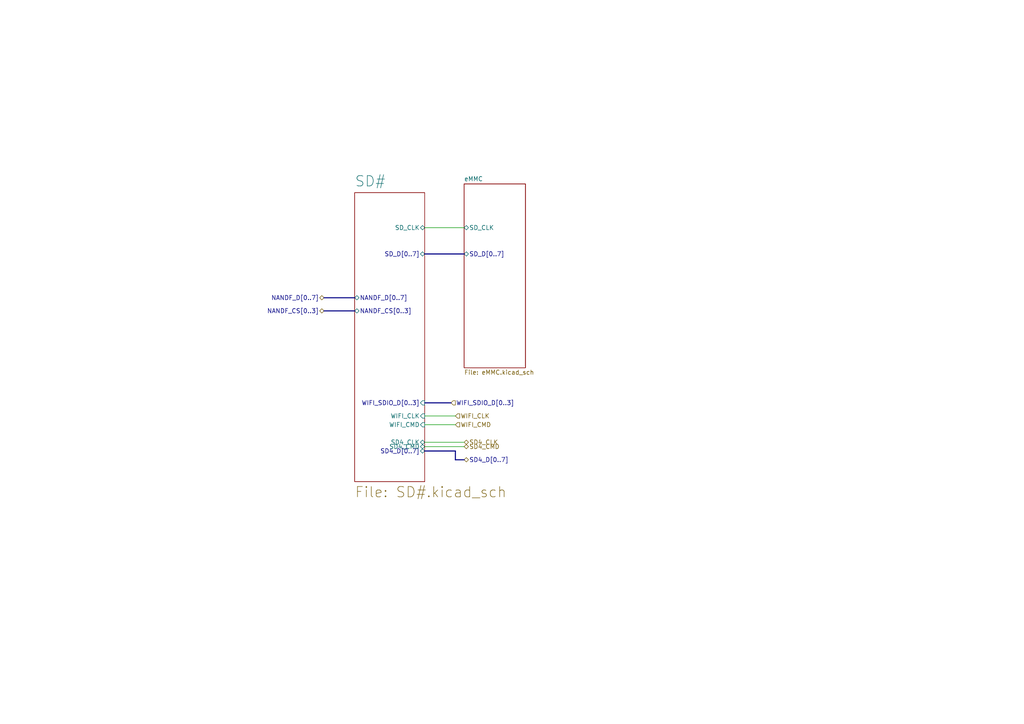
<source format=kicad_sch>
(kicad_sch (version 20211123) (generator eeschema)
  (paper "A4")
  (lib_symbols)
  (wire (pts (xy 132.08 123.19) (xy 123.19 123.19)))
  (wire (pts (xy 123.19 129.54) (xy 134.62 129.54)))
  (bus (pts (xy 132.08 130.81) (xy 132.08 133.35)))
  (bus (pts (xy 123.19 116.84) (xy 130.81 116.84)))
  (bus (pts (xy 102.87 90.17) (xy 93.98 90.17)))
  (wire (pts (xy 123.19 120.65) (xy 132.08 120.65)))
  (bus (pts (xy 123.19 130.81) (xy 132.08 130.81)))
  (bus (pts (xy 132.08 133.35) (xy 134.62 133.35)))
  (wire (pts (xy 123.19 128.27) (xy 134.62 128.27)))
  (bus (pts (xy 123.19 73.66) (xy 134.62 73.66)))
  (wire (pts (xy 123.19 66.04) (xy 134.62 66.04)))
  (bus (pts (xy 102.87 86.36) (xy 93.98 86.36)))
  (hierarchical_label "SD4_CMD" (shape bidirectional) (at 134.62 129.54 0))
  (hierarchical_label "SD4_D[0..7]" (shape bidirectional) (at 134.62 133.35 0))
  (hierarchical_label "NANDF_D[0..7]" (shape bidirectional) (at 93.98 86.36 180))
  (hierarchical_label "WIFI_CLK" (shape input) (at 132.08 120.65 0))
  (hierarchical_label "NANDF_CS[0..3]" (shape bidirectional) (at 93.98 90.17 180))
  (hierarchical_label "SD4_CLK" (shape bidirectional) (at 134.62 128.27 0))
  (hierarchical_label "WIFI_CMD" (shape input) (at 132.08 123.19 0))
  (hierarchical_label "WIFI_SDIO_D[0..3]" (shape input) (at 130.81 116.84 0))
  (sheet (at 102.87 55.88) (size 20.32 83.82)
    (property "Sheet name" "SD#" (at 102.87 54.3048 0) (effects (font (size 2.9972 2.9972)) (justify left bottom)))
    (property "Sheet file" "SD#.kicad_sch" (at 102.87 140.9755 0) (effects (font (size 2.9972 2.9972)) (justify left top)))
    (pin "SD_CLK" bidirectional (at 123.19 66.04 0))
    (pin "SD_D[0..7]" bidirectional (at 123.19 73.66 0))
    (pin "WIFI_SDIO_D[0..3]" input (at 123.19 116.84 0))
    (pin "WIFI_CLK" input (at 123.19 120.65 0))
    (pin "WIFI_CMD" input (at 123.19 123.19 0))
    (pin "SD4_CLK" bidirectional (at 123.19 128.27 0))
    (pin "SD4_D[0..7]" bidirectional (at 123.19 130.81 0))
    (pin "SD4_CMD" bidirectional (at 123.19 129.54 0))
    (pin "NANDF_D[0..7]" bidirectional (at 102.87 86.36 180))
    (pin "NANDF_CS[0..3]" bidirectional (at 102.87 90.17 180))
  )
  (sheet (at 134.62 53.34) (size 17.78 53.34)
    (property "Sheet name" "eMMC" (at 134.62 52.6284 0) (effects (justify left bottom)))
    (property "Sheet file" "eMMC.kicad_sch" (at 134.62 107.2646 0) (effects (justify left top)))
    (pin "SD_CLK" bidirectional (at 134.62 66.04 180))
    (pin "SD_D[0..7]" bidirectional (at 134.62 73.66 180))
  )
)
</source>
